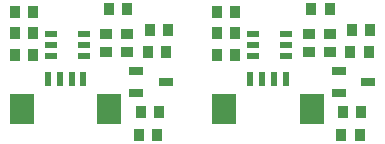
<source format=gtp>
G04 Layer_Color=8421504*
%FSLAX25Y25*%
%MOIN*%
G70*
G01*
G75*
%ADD11R,0.03661X0.03858*%
%ADD12R,0.03858X0.03661*%
%ADD13R,0.01969X0.04921*%
%ADD14R,0.07874X0.09843*%
%ADD15R,0.04331X0.02362*%
%ADD16R,0.04921X0.02756*%
D11*
X265720Y241251D02*
D03*
X271783D02*
D03*
X271783Y234251D02*
D03*
X265720D02*
D03*
X271783Y226751D02*
D03*
X265720D02*
D03*
X307720Y207751D02*
D03*
X313783D02*
D03*
X307220Y200252D02*
D03*
X313283D02*
D03*
X297220Y242251D02*
D03*
X303283D02*
D03*
X316783Y235251D02*
D03*
X310720D02*
D03*
X316283Y227751D02*
D03*
X310220D02*
D03*
X333152Y241251D02*
D03*
X339215D02*
D03*
X339215Y234251D02*
D03*
X333152D02*
D03*
X339215Y226751D02*
D03*
X333152D02*
D03*
X375152Y207751D02*
D03*
X381215D02*
D03*
X374652Y200252D02*
D03*
X380715D02*
D03*
X364652Y242251D02*
D03*
X370715D02*
D03*
X384215Y235251D02*
D03*
X378152D02*
D03*
X383715Y227751D02*
D03*
X377652D02*
D03*
D12*
X296252Y227720D02*
D03*
Y233783D02*
D03*
X303252Y227720D02*
D03*
Y233783D02*
D03*
X363684Y227720D02*
D03*
Y233783D02*
D03*
X370684Y227720D02*
D03*
Y233783D02*
D03*
D13*
X276846Y218889D02*
D03*
X280783D02*
D03*
X284720D02*
D03*
X288657D02*
D03*
X344278D02*
D03*
X348215D02*
D03*
X352152D02*
D03*
X356089D02*
D03*
D14*
X268224Y208752D02*
D03*
X297279D02*
D03*
X335656D02*
D03*
X364711D02*
D03*
D15*
X288763Y226511D02*
D03*
Y230252D02*
D03*
Y233992D02*
D03*
X277740D02*
D03*
Y230252D02*
D03*
Y226511D02*
D03*
X356195D02*
D03*
Y230252D02*
D03*
Y233992D02*
D03*
X345172D02*
D03*
Y230252D02*
D03*
Y226511D02*
D03*
D16*
X306330Y221492D02*
D03*
Y214011D02*
D03*
X316173Y217752D02*
D03*
X373762Y221492D02*
D03*
Y214011D02*
D03*
X383605Y217752D02*
D03*
M02*

</source>
